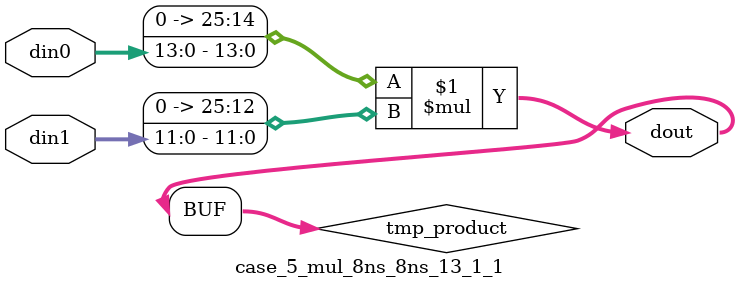
<source format=v>

`timescale 1 ns / 1 ps

 (* use_dsp = "no" *)  module case_5_mul_8ns_8ns_13_1_1(din0, din1, dout);
parameter ID = 1;
parameter NUM_STAGE = 0;
parameter din0_WIDTH = 14;
parameter din1_WIDTH = 12;
parameter dout_WIDTH = 26;

input [din0_WIDTH - 1 : 0] din0; 
input [din1_WIDTH - 1 : 0] din1; 
output [dout_WIDTH - 1 : 0] dout;

wire signed [dout_WIDTH - 1 : 0] tmp_product;
























assign tmp_product = $signed({1'b0, din0}) * $signed({1'b0, din1});











assign dout = tmp_product;





















endmodule

</source>
